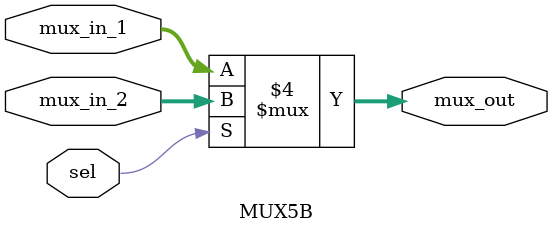
<source format=v>


module MUX5B(mux_in_1,mux_in_2,sel,mux_out);
input [4:0] mux_in_1;
input [4:0] mux_in_2;
input sel;
output [4:0] mux_out;
reg [4:0] mux_out;
always @(*)
if(sel==1'b0)
mux_out=mux_in_1;
else
mux_out=mux_in_2;
endmodule

</source>
